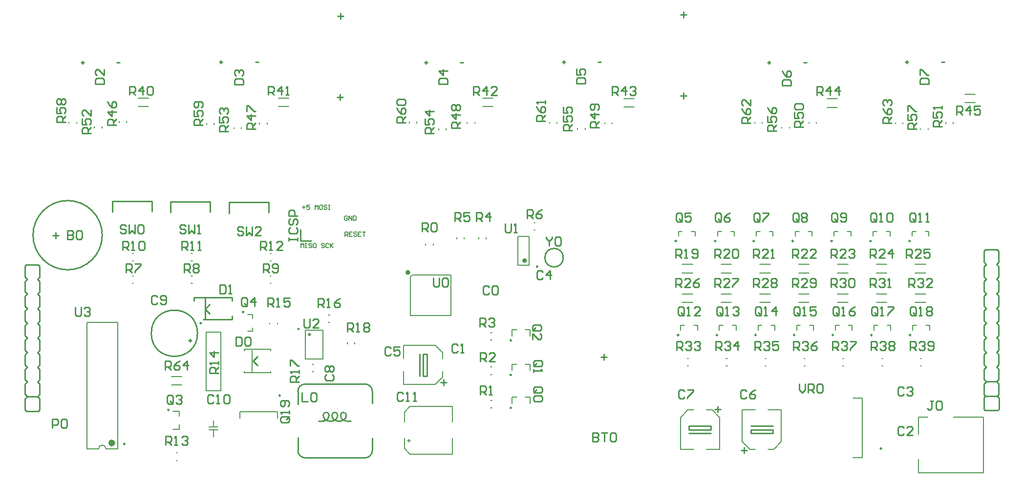
<source format=gto>
G04 Layer_Color=15132400*
%FSAX24Y24*%
%MOIN*%
G70*
G01*
G75*
%ADD62C,0.0100*%
%ADD63C,0.0098*%
%ADD64C,0.0157*%
%ADD65C,0.0151*%
%ADD66C,0.0139*%
%ADD67C,0.0000*%
%ADD68C,0.0079*%
%ADD69C,0.0236*%
%ADD70C,0.0080*%
%ADD71C,0.0060*%
%ADD72C,0.0080*%
%ADD73R,0.0094X0.1555*%
D62*
X015354Y026339D02*
G03*
X015354Y026339I-002362J000000D01*
G01*
X046811Y024803D02*
G03*
X046811Y024803I-000630J000000D01*
G01*
X021850Y019646D02*
G03*
X021850Y019646I-001575J000000D01*
G01*
X031614Y014055D02*
G03*
X032008Y013661I000394J000000D01*
G01*
X031811Y014252D02*
G03*
X031614Y014055I000000J-000197D01*
G01*
X032008D02*
G03*
X031811Y014252I-000197J000000D01*
G01*
X031614Y013661D02*
G03*
X032008Y014055I000000J000394D01*
G01*
X031024Y014055D02*
G03*
X031417Y013661I000394J000000D01*
G01*
X031220Y014252D02*
G03*
X031024Y014055I000000J-000197D01*
G01*
X031417D02*
G03*
X031220Y014252I-000197J000000D01*
G01*
X031024Y013661D02*
G03*
X031417Y014055I000000J000394D01*
G01*
X030433D02*
G03*
X030827Y013661I000394J000000D01*
G01*
X030630Y014252D02*
G03*
X030433Y014055I000000J-000197D01*
G01*
X030827D02*
G03*
X030630Y014252I-000197J000000D01*
G01*
X030433Y013661D02*
G03*
X030827Y014055I000000J000394D01*
G01*
X029201Y016181D02*
G03*
X028701Y015681I000000J-000500D01*
G01*
X033780D02*
G03*
X033280Y016181I-000500J000000D01*
G01*
Y011142D02*
G03*
X033780Y011642I000000J000500D01*
G01*
X028701D02*
G03*
X029201Y011142I000500J000000D01*
G01*
X022113Y020339D02*
G03*
X022113Y020339I-000050J000000D01*
G01*
X023994Y027837D02*
Y028587D01*
X026694D01*
Y027887D02*
Y028587D01*
X020018Y027877D02*
Y028627D01*
X022718D01*
Y027927D02*
Y028627D01*
X016042Y027916D02*
Y028666D01*
X018742D01*
Y027966D02*
Y028666D01*
X036201Y023711D02*
Y023857D01*
X036212Y023868D01*
X036142D02*
X036212D01*
X036994Y016730D02*
Y018230D01*
X037244Y016730D02*
X037494D01*
X037244D02*
Y018230D01*
X037494D01*
Y016730D02*
Y018230D01*
X022362Y021299D02*
X022677Y020984D01*
X022362Y021299D02*
Y021299D01*
X022677Y021614D01*
X022362Y021260D02*
Y021299D01*
Y021260D02*
Y021457D01*
Y020591D02*
Y022087D01*
X021614Y021850D02*
Y022087D01*
X021732D01*
X024213Y020591D02*
Y020827D01*
Y021850D02*
Y022087D01*
X021732D02*
X024213D01*
X022244Y020591D02*
X024213D01*
X075674Y016346D02*
X076374D01*
Y023346D02*
X076524Y023196D01*
Y022496D02*
Y023196D01*
X076374Y022346D02*
X076524Y022496D01*
X076374Y022346D02*
X076524Y022196D01*
Y021496D02*
Y022196D01*
X076374Y021346D02*
X076524Y021496D01*
X075524Y023196D02*
X075674Y023346D01*
X075524Y022496D02*
Y023196D01*
Y022496D02*
X075674Y022346D01*
X075524Y022196D02*
X075674Y022346D01*
X075524Y021496D02*
Y022196D01*
Y021496D02*
X075674Y021346D01*
X075624Y015346D02*
X076024D01*
X075524Y015446D02*
X075624Y015346D01*
X075524Y015446D02*
Y016196D01*
X075674Y016346D01*
X075524Y016496D02*
X075674Y016346D01*
X075524Y016496D02*
Y017196D01*
X075674Y017346D01*
X075524Y017496D02*
X075674Y017346D01*
X075524Y017496D02*
Y018196D01*
X075674Y018346D01*
X075524Y018496D02*
X075674Y018346D01*
X075524Y018496D02*
Y019196D01*
X075674Y019346D01*
X075524Y019496D02*
X075674Y019346D01*
X075524Y019496D02*
Y020196D01*
X075674Y020346D01*
X075524Y020496D02*
X075674Y020346D01*
X075524Y020496D02*
Y021196D01*
X075674Y021346D01*
X076374Y018346D02*
X076524Y018496D01*
Y019196D01*
X076374Y019346D02*
X076524Y019196D01*
X076374Y019346D02*
X076524Y019496D01*
Y020196D01*
X076374Y020346D02*
X076524Y020196D01*
X076374Y020346D02*
X076524Y020496D01*
Y021196D01*
X076374Y021346D02*
X076524Y021196D01*
X076374Y018346D02*
X076524Y018196D01*
Y017496D02*
Y018196D01*
X076374Y017346D02*
X076524Y017496D01*
X076374Y017346D02*
X076524Y017196D01*
Y016496D02*
Y017196D01*
X076374Y016346D02*
X076524Y016496D01*
X076374Y016346D02*
X076524Y016196D01*
Y015446D02*
Y016196D01*
X076424Y015346D02*
X076524Y015446D01*
X076024Y015346D02*
X076424D01*
X075524Y023496D02*
X075674Y023346D01*
X075524Y023496D02*
Y024196D01*
X075674Y024346D01*
X075524Y024496D02*
X075674Y024346D01*
X075524Y024496D02*
Y025246D01*
X075624Y025346D01*
X076024D01*
X076374Y023346D02*
X076524Y023496D01*
Y024196D01*
X076374Y024346D02*
X076524Y024196D01*
X076374Y024346D02*
X076524Y024496D01*
Y025246D01*
X076424Y025346D02*
X076524Y025246D01*
X076024Y025346D02*
X076424D01*
X010241Y015323D02*
X010941D01*
Y022323D02*
X011091Y022173D01*
Y021473D02*
Y022173D01*
X010941Y021323D02*
X011091Y021473D01*
X010941Y021323D02*
X011091Y021173D01*
Y020473D02*
Y021173D01*
X010941Y020323D02*
X011091Y020473D01*
X010091Y022173D02*
X010241Y022323D01*
X010091Y021473D02*
Y022173D01*
Y021473D02*
X010241Y021323D01*
X010091Y021173D02*
X010241Y021323D01*
X010091Y020473D02*
Y021173D01*
Y020473D02*
X010241Y020323D01*
X010191Y014323D02*
X010591D01*
X010091Y014423D02*
X010191Y014323D01*
X010091Y014423D02*
Y015173D01*
X010241Y015323D01*
X010091Y015473D02*
X010241Y015323D01*
X010091Y015473D02*
Y016173D01*
X010241Y016323D01*
X010091Y016473D02*
X010241Y016323D01*
X010091Y016473D02*
Y017173D01*
X010241Y017323D01*
X010091Y017473D02*
X010241Y017323D01*
X010091Y017473D02*
Y018173D01*
X010241Y018323D01*
X010091Y018473D02*
X010241Y018323D01*
X010091Y018473D02*
Y019173D01*
X010241Y019323D01*
X010091Y019473D02*
X010241Y019323D01*
X010091Y019473D02*
Y020173D01*
X010241Y020323D01*
X010941Y017323D02*
X011091Y017473D01*
Y018173D01*
X010941Y018323D02*
X011091Y018173D01*
X010941Y018323D02*
X011091Y018473D01*
Y019173D01*
X010941Y019323D02*
X011091Y019173D01*
X010941Y019323D02*
X011091Y019473D01*
Y020173D01*
X010941Y020323D02*
X011091Y020173D01*
X010941Y017323D02*
X011091Y017173D01*
Y016473D02*
Y017173D01*
X010941Y016323D02*
X011091Y016473D01*
X010941Y016323D02*
X011091Y016173D01*
Y015473D02*
Y016173D01*
X010941Y015323D02*
X011091Y015473D01*
X010941Y015323D02*
X011091Y015173D01*
Y014423D02*
Y015173D01*
X010991Y014323D02*
X011091Y014423D01*
X010591Y014323D02*
X010991D01*
X010091Y022473D02*
X010241Y022323D01*
X010091Y022473D02*
Y023173D01*
X010241Y023323D01*
X010091Y023473D02*
X010241Y023323D01*
X010091Y023473D02*
Y024223D01*
X010191Y024323D01*
X010591D01*
X010941Y022323D02*
X011091Y022473D01*
Y023173D01*
X010941Y023323D02*
X011091Y023173D01*
X010941Y023323D02*
X011091Y023473D01*
Y024223D01*
X010991Y024323D02*
X011091Y024223D01*
X010591Y024323D02*
X010991D01*
X059604Y013321D02*
X061104D01*
X059604Y012821D02*
Y013071D01*
X061104D01*
Y012821D02*
Y013071D01*
X059604Y012821D02*
X061104D01*
X055392D02*
X056892D01*
Y013071D02*
Y013321D01*
X055392Y013071D02*
X056892D01*
X055392D02*
Y013321D01*
X056892D01*
X021358Y019055D02*
Y019252D01*
X021260Y019154D02*
X021457D01*
X032008Y013661D02*
X032320D01*
X031811Y014252D02*
X031811D01*
X031417Y013661D02*
X031614D01*
X031024Y014055D02*
Y014055D01*
X030827Y013661D02*
X031024D01*
X030630Y014252D02*
X030630D01*
X030120Y013661D02*
X030433D01*
X028701Y014803D02*
Y015681D01*
X029201Y016181D02*
X033280D01*
X033780Y014843D02*
Y015681D01*
Y011642D02*
Y012480D01*
X029201Y011142D02*
X033280D01*
X028701Y011642D02*
Y012520D01*
X075602Y015346D02*
X075624D01*
X075512Y015256D02*
X075602Y015346D01*
X075512Y014468D02*
Y015256D01*
Y014468D02*
X075591Y014390D01*
X076457D01*
X076535Y014468D01*
Y015235D01*
X076424Y015346D02*
X076535Y015235D01*
X028870Y025957D02*
Y026707D01*
Y025957D02*
X029620D01*
X012992Y026663D02*
Y026063D01*
X013292D01*
X013392Y026163D01*
Y026263D01*
X013292Y026363D01*
X012992D01*
X013292D01*
X013392Y026463D01*
Y026563D01*
X013292Y026663D01*
X012992D01*
X013592Y026563D02*
X013692Y026663D01*
X013892D01*
X013992Y026563D01*
Y026163D01*
X013892Y026063D01*
X013692D01*
X013592Y026163D01*
Y026563D01*
X048819Y012844D02*
Y012244D01*
X049119D01*
X049219Y012344D01*
Y012444D01*
X049119Y012544D01*
X048819D01*
X049119D01*
X049219Y012644D01*
Y012744D01*
X049119Y012844D01*
X048819D01*
X049419D02*
X049819D01*
X049619D01*
Y012244D01*
X050019Y012744D02*
X050118Y012844D01*
X050318D01*
X050418Y012744D01*
Y012344D01*
X050318Y012244D01*
X050118D01*
X050019Y012344D01*
Y012744D01*
X041738Y022783D02*
X041638Y022883D01*
X041439D01*
X041339Y022783D01*
Y022383D01*
X041439Y022283D01*
X041638D01*
X041738Y022383D01*
X041938Y022783D02*
X042038Y022883D01*
X042238D01*
X042338Y022783D01*
Y022383D01*
X042238Y022283D01*
X042038D01*
X041938Y022383D01*
Y022783D01*
X039612Y018807D02*
X039513Y018907D01*
X039313D01*
X039213Y018807D01*
Y018407D01*
X039313Y018307D01*
X039513D01*
X039612Y018407D01*
X039812Y018307D02*
X040012D01*
X039912D01*
Y018907D01*
X039812Y018807D01*
X070039Y013182D02*
X069939Y013282D01*
X069739D01*
X069639Y013182D01*
Y012782D01*
X069739Y012682D01*
X069939D01*
X070039Y012782D01*
X070638Y012682D02*
X070238D01*
X070638Y013082D01*
Y013182D01*
X070538Y013282D01*
X070338D01*
X070238Y013182D01*
X070044Y015898D02*
X069944Y015998D01*
X069744D01*
X069644Y015898D01*
Y015498D01*
X069744Y015398D01*
X069944D01*
X070044Y015498D01*
X070244Y015898D02*
X070344Y015998D01*
X070544D01*
X070644Y015898D01*
Y015798D01*
X070544Y015698D01*
X070444D01*
X070544D01*
X070644Y015598D01*
Y015498D01*
X070544Y015398D01*
X070344D01*
X070244Y015498D01*
X045400Y023807D02*
X045300Y023907D01*
X045100D01*
X045000Y023807D01*
Y023407D01*
X045100Y023307D01*
X045300D01*
X045400Y023407D01*
X045900Y023307D02*
Y023907D01*
X045600Y023607D01*
X046000D01*
X035046Y018610D02*
X034946Y018710D01*
X034746D01*
X034646Y018610D01*
Y018210D01*
X034746Y018110D01*
X034946D01*
X035046Y018210D01*
X035645Y018710D02*
X035245D01*
Y018410D01*
X035445Y018510D01*
X035545D01*
X035645Y018410D01*
Y018210D01*
X035545Y018110D01*
X035345D01*
X035245Y018210D01*
X059310Y015689D02*
X059210Y015789D01*
X059010D01*
X058910Y015689D01*
Y015289D01*
X059010Y015189D01*
X059210D01*
X059310Y015289D01*
X059910Y015789D02*
X059710Y015689D01*
X059510Y015489D01*
Y015289D01*
X059610Y015189D01*
X059810D01*
X059910Y015289D01*
Y015389D01*
X059810Y015489D01*
X059510D01*
X055092Y015691D02*
X054992Y015791D01*
X054792D01*
X054692Y015691D01*
Y015291D01*
X054792Y015191D01*
X054992D01*
X055092Y015291D01*
X055292Y015791D02*
X055692D01*
Y015691D01*
X055292Y015291D01*
Y015191D01*
X030642Y016817D02*
X030542Y016717D01*
Y016517D01*
X030642Y016417D01*
X031042D01*
X031142Y016517D01*
Y016717D01*
X031042Y016817D01*
X030642Y017017D02*
X030542Y017117D01*
Y017317D01*
X030642Y017417D01*
X030742D01*
X030842Y017317D01*
X030942Y017417D01*
X031042D01*
X031142Y017317D01*
Y017117D01*
X031042Y017017D01*
X030942D01*
X030842Y017117D01*
X030742Y017017D01*
X030642D01*
X030842Y017117D02*
Y017317D01*
X019112Y022110D02*
X019012Y022210D01*
X018812D01*
X018713Y022110D01*
Y021710D01*
X018812Y021610D01*
X019012D01*
X019112Y021710D01*
X019312D02*
X019412Y021610D01*
X019612D01*
X019712Y021710D01*
Y022110D01*
X019612Y022210D01*
X019412D01*
X019312Y022110D01*
Y022010D01*
X019412Y021910D01*
X019712D01*
X022938Y015364D02*
X022838Y015464D01*
X022638D01*
X022538Y015364D01*
Y014965D01*
X022638Y014865D01*
X022838D01*
X022938Y014965D01*
X023138Y014865D02*
X023338D01*
X023238D01*
Y015464D01*
X023138Y015364D01*
X023637D02*
X023737Y015464D01*
X023937D01*
X024037Y015364D01*
Y014965D01*
X023937Y014865D01*
X023737D01*
X023637Y014965D01*
Y015364D01*
X035865Y015512D02*
X035765Y015612D01*
X035565D01*
X035465Y015512D01*
Y015112D01*
X035565Y015013D01*
X035765D01*
X035865Y015112D01*
X036065Y015013D02*
X036265D01*
X036165D01*
Y015612D01*
X036065Y015512D01*
X036565Y015013D02*
X036765D01*
X036665D01*
Y015612D01*
X036565Y015512D01*
X024488Y019379D02*
Y018780D01*
X024788D01*
X024888Y018879D01*
Y019279D01*
X024788Y019379D01*
X024488D01*
X025088Y019279D02*
X025188Y019379D01*
X025388D01*
X025488Y019279D01*
Y018879D01*
X025388Y018780D01*
X025188D01*
X025088Y018879D01*
Y019279D01*
X023386Y022962D02*
Y022362D01*
X023686D01*
X023786Y022462D01*
Y022862D01*
X023686Y022962D01*
X023386D01*
X023986Y022362D02*
X024186D01*
X024086D01*
Y022962D01*
X023986Y022862D01*
X014892Y036644D02*
X015492D01*
Y036944D01*
X015392Y037044D01*
X014992D01*
X014892Y036944D01*
Y036644D01*
X015492Y037643D02*
Y037244D01*
X015092Y037643D01*
X014992D01*
X014892Y037543D01*
Y037343D01*
X014992Y037244D01*
X024361Y036614D02*
X024961D01*
Y036914D01*
X024861Y037014D01*
X024461D01*
X024361Y036914D01*
Y036614D01*
X024461Y037214D02*
X024361Y037314D01*
Y037514D01*
X024461Y037614D01*
X024561D01*
X024661Y037514D01*
Y037414D01*
Y037514D01*
X024761Y037614D01*
X024861D01*
X024961Y037514D01*
Y037314D01*
X024861Y037214D01*
X038318Y036648D02*
X038917Y036644D01*
X038919Y036944D01*
X038820Y037044D01*
X038420Y037047D01*
X038320Y036948D01*
X038318Y036648D01*
X038923Y037543D02*
X038324Y037547D01*
X038621Y037245D01*
X038624Y037645D01*
X047727Y036693D02*
X048327D01*
Y036993D01*
X048227Y037093D01*
X047827D01*
X047727Y036993D01*
Y036693D01*
Y037693D02*
Y037293D01*
X048027D01*
X047927Y037493D01*
Y037593D01*
X048027Y037693D01*
X048227D01*
X048327Y037593D01*
Y037393D01*
X048227Y037293D01*
X061733Y036565D02*
X062333D01*
Y036865D01*
X062233Y036965D01*
X061833D01*
X061733Y036865D01*
Y036565D01*
Y037565D02*
X061833Y037365D01*
X062033Y037165D01*
X062233D01*
X062333Y037265D01*
Y037465D01*
X062233Y037565D01*
X062133D01*
X062033Y037465D01*
Y037165D01*
X071132Y036663D02*
X071732D01*
Y036963D01*
X071632Y037063D01*
X071232D01*
X071132Y036963D01*
Y036663D01*
Y037263D02*
Y037663D01*
X071232D01*
X071632Y037263D01*
X071732D01*
X072053Y015009D02*
X071853D01*
X071953D01*
Y014509D01*
X071853Y014409D01*
X071754D01*
X071654Y014509D01*
X072253Y014909D02*
X072353Y015009D01*
X072553D01*
X072653Y014909D01*
Y014509D01*
X072553Y014409D01*
X072353D01*
X072253Y014509D01*
Y014909D01*
X028976Y015600D02*
Y015000D01*
X029376D01*
X029576Y015500D02*
X029676Y015600D01*
X029876D01*
X029976Y015500D01*
Y015100D01*
X029876Y015000D01*
X029676D01*
X029576Y015100D01*
Y015500D01*
X011929Y013189D02*
Y013789D01*
X012229D01*
X012329Y013689D01*
Y013489D01*
X012229Y013389D01*
X011929D01*
X012529Y013689D02*
X012629Y013789D01*
X012829D01*
X012929Y013689D01*
Y013289D01*
X012829Y013189D01*
X012629D01*
X012529Y013289D01*
Y013689D01*
X044864Y015594D02*
X045264D01*
X045364Y015694D01*
Y015894D01*
X045264Y015994D01*
X044864D01*
X044764Y015894D01*
Y015694D01*
X044964Y015794D02*
X044764Y015594D01*
Y015694D02*
X044864Y015594D01*
X045264Y015394D02*
X045364Y015294D01*
Y015094D01*
X045264Y014994D01*
X044864D01*
X044764Y015094D01*
Y015294D01*
X044864Y015394D01*
X045264D01*
X044864Y017395D02*
X045264D01*
X045364Y017495D01*
Y017695D01*
X045264Y017795D01*
X044864D01*
X044764Y017695D01*
Y017495D01*
X044964Y017595D02*
X044764Y017395D01*
Y017495D02*
X044864Y017395D01*
X044764Y017195D02*
Y016996D01*
Y017096D01*
X045364D01*
X045264Y017195D01*
X044824Y019836D02*
X045224D01*
X045324Y019936D01*
Y020136D01*
X045224Y020236D01*
X044824D01*
X044724Y020136D01*
Y019936D01*
X044924Y020036D02*
X044724Y019836D01*
Y019936D02*
X044824Y019836D01*
X044724Y019237D02*
Y019636D01*
X045124Y019237D01*
X045224D01*
X045324Y019337D01*
Y019536D01*
X045224Y019636D01*
X020180Y014916D02*
Y015316D01*
X020080Y015416D01*
X019880D01*
X019780Y015316D01*
Y014916D01*
X019880Y014816D01*
X020080D01*
X019980Y015016D02*
X020180Y014816D01*
X020080D02*
X020180Y014916D01*
X020380Y015316D02*
X020480Y015416D01*
X020680D01*
X020780Y015316D01*
Y015216D01*
X020680Y015116D01*
X020580D01*
X020680D01*
X020780Y015016D01*
Y014916D01*
X020680Y014816D01*
X020480D01*
X020380Y014916D01*
X025230Y021600D02*
Y022000D01*
X025130Y022100D01*
X024930D01*
X024830Y022000D01*
Y021600D01*
X024930Y021500D01*
X025130D01*
X025030Y021700D02*
X025230Y021500D01*
X025130D02*
X025230Y021600D01*
X025730Y021500D02*
Y022100D01*
X025430Y021800D01*
X025830D01*
X054894Y027360D02*
Y027760D01*
X054794Y027860D01*
X054594D01*
X054494Y027760D01*
Y027360D01*
X054594Y027260D01*
X054794D01*
X054694Y027460D02*
X054894Y027260D01*
X054794D02*
X054894Y027360D01*
X055494Y027860D02*
X055094D01*
Y027560D01*
X055294Y027660D01*
X055394D01*
X055494Y027560D01*
Y027360D01*
X055394Y027260D01*
X055194D01*
X055094Y027360D01*
X057569D02*
Y027760D01*
X057469Y027860D01*
X057269D01*
X057169Y027760D01*
Y027360D01*
X057269Y027260D01*
X057469D01*
X057369Y027460D02*
X057569Y027260D01*
X057469D02*
X057569Y027360D01*
X058169Y027860D02*
X057969Y027760D01*
X057769Y027560D01*
Y027360D01*
X057869Y027260D01*
X058069D01*
X058169Y027360D01*
Y027460D01*
X058069Y027560D01*
X057769D01*
X060205Y027360D02*
Y027760D01*
X060105Y027860D01*
X059905D01*
X059805Y027760D01*
Y027360D01*
X059905Y027260D01*
X060105D01*
X060005Y027460D02*
X060205Y027260D01*
X060105D02*
X060205Y027360D01*
X060405Y027860D02*
X060805D01*
Y027760D01*
X060405Y027360D01*
Y027260D01*
X062861Y027360D02*
Y027760D01*
X062761Y027860D01*
X062561D01*
X062461Y027760D01*
Y027360D01*
X062561Y027260D01*
X062761D01*
X062661Y027460D02*
X062861Y027260D01*
X062761D02*
X062861Y027360D01*
X063060Y027760D02*
X063160Y027860D01*
X063360D01*
X063460Y027760D01*
Y027660D01*
X063360Y027560D01*
X063460Y027460D01*
Y027360D01*
X063360Y027260D01*
X063160D01*
X063060Y027360D01*
Y027460D01*
X063160Y027560D01*
X063060Y027660D01*
Y027760D01*
X063160Y027560D02*
X063360D01*
X065516Y027360D02*
Y027760D01*
X065416Y027860D01*
X065216D01*
X065116Y027760D01*
Y027360D01*
X065216Y027260D01*
X065416D01*
X065316Y027460D02*
X065516Y027260D01*
X065416D02*
X065516Y027360D01*
X065716D02*
X065816Y027260D01*
X066016D01*
X066116Y027360D01*
Y027760D01*
X066016Y027860D01*
X065816D01*
X065716Y027760D01*
Y027660D01*
X065816Y027560D01*
X066116D01*
X068181Y027360D02*
Y027760D01*
X068081Y027860D01*
X067881D01*
X067781Y027760D01*
Y027360D01*
X067881Y027260D01*
X068081D01*
X067981Y027460D02*
X068181Y027260D01*
X068081D02*
X068181Y027360D01*
X068381Y027260D02*
X068581D01*
X068481D01*
Y027860D01*
X068381Y027760D01*
X068881D02*
X068981Y027860D01*
X069181D01*
X069281Y027760D01*
Y027360D01*
X069181Y027260D01*
X068981D01*
X068881Y027360D01*
Y027760D01*
X070834Y027360D02*
Y027760D01*
X070734Y027860D01*
X070534D01*
X070434Y027760D01*
Y027360D01*
X070534Y027260D01*
X070734D01*
X070634Y027460D02*
X070834Y027260D01*
X070734D02*
X070834Y027360D01*
X071034Y027260D02*
X071234D01*
X071134D01*
Y027860D01*
X071034Y027760D01*
X071533Y027260D02*
X071733D01*
X071633D01*
Y027860D01*
X071533Y027760D01*
X055050Y020944D02*
Y021343D01*
X054950Y021443D01*
X054750D01*
X054650Y021343D01*
Y020944D01*
X054750Y020844D01*
X054950D01*
X054850Y021043D02*
X055050Y020844D01*
X054950D02*
X055050Y020944D01*
X055250Y020844D02*
X055450D01*
X055350D01*
Y021443D01*
X055250Y021343D01*
X056149Y020844D02*
X055750D01*
X056149Y021243D01*
Y021343D01*
X056049Y021443D01*
X055849D01*
X055750Y021343D01*
X057682Y020945D02*
Y021345D01*
X057583Y021445D01*
X057383D01*
X057283Y021345D01*
Y020945D01*
X057383Y020845D01*
X057583D01*
X057483Y021045D02*
X057682Y020845D01*
X057583D02*
X057682Y020945D01*
X057882Y020845D02*
X058082D01*
X057982D01*
Y021445D01*
X057882Y021345D01*
X058382D02*
X058482Y021445D01*
X058682D01*
X058782Y021345D01*
Y021245D01*
X058682Y021145D01*
X058582D01*
X058682D01*
X058782Y021045D01*
Y020945D01*
X058682Y020845D01*
X058482D01*
X058382Y020945D01*
X060326Y020944D02*
Y021343D01*
X060226Y021443D01*
X060026D01*
X059926Y021343D01*
Y020944D01*
X060026Y020844D01*
X060226D01*
X060126Y021043D02*
X060326Y020844D01*
X060226D02*
X060326Y020944D01*
X060526Y020844D02*
X060726D01*
X060626D01*
Y021443D01*
X060526Y021343D01*
X061326Y020844D02*
Y021443D01*
X061026Y021143D01*
X061426D01*
X062959Y020944D02*
Y021343D01*
X062859Y021443D01*
X062659D01*
X062559Y021343D01*
Y020944D01*
X062659Y020844D01*
X062859D01*
X062759Y021043D02*
X062959Y020844D01*
X062859D02*
X062959Y020944D01*
X063159Y020844D02*
X063359D01*
X063259D01*
Y021443D01*
X063159Y021343D01*
X064059Y021443D02*
X063659D01*
Y021143D01*
X063859Y021243D01*
X063959D01*
X064059Y021143D01*
Y020944D01*
X063959Y020844D01*
X063759D01*
X063659Y020944D01*
X065602Y020944D02*
Y021343D01*
X065502Y021443D01*
X065302D01*
X065202Y021343D01*
Y020944D01*
X065302Y020844D01*
X065502D01*
X065402Y021043D02*
X065602Y020844D01*
X065502D02*
X065602Y020944D01*
X065802Y020844D02*
X066002D01*
X065902D01*
Y021443D01*
X065802Y021343D01*
X066702Y021443D02*
X066502Y021343D01*
X066302Y021143D01*
Y020944D01*
X066402Y020844D01*
X066602D01*
X066702Y020944D01*
Y021043D01*
X066602Y021143D01*
X066302D01*
X068235Y020944D02*
Y021343D01*
X068135Y021443D01*
X067935D01*
X067835Y021343D01*
Y020944D01*
X067935Y020844D01*
X068135D01*
X068035Y021043D02*
X068235Y020844D01*
X068135D02*
X068235Y020944D01*
X068435Y020844D02*
X068635D01*
X068535D01*
Y021443D01*
X068435Y021343D01*
X068935Y021443D02*
X069335D01*
Y021343D01*
X068935Y020944D01*
Y020844D01*
X070878Y020944D02*
Y021343D01*
X070778Y021443D01*
X070578D01*
X070478Y021343D01*
Y020944D01*
X070578Y020844D01*
X070778D01*
X070678Y021043D02*
X070878Y020844D01*
X070778D02*
X070878Y020944D01*
X071077Y020844D02*
X071277D01*
X071177D01*
Y021443D01*
X071077Y021343D01*
X071577D02*
X071677Y021443D01*
X071877D01*
X071977Y021343D01*
Y021243D01*
X071877Y021143D01*
X071977Y021043D01*
Y020944D01*
X071877Y020844D01*
X071677D01*
X071577Y020944D01*
Y021043D01*
X071677Y021143D01*
X071577Y021243D01*
Y021343D01*
X071677Y021143D02*
X071877D01*
X028010Y013943D02*
X027610D01*
X027510Y013843D01*
Y013643D01*
X027610Y013543D01*
X028010D01*
X028110Y013643D01*
Y013843D01*
X027910Y013743D02*
X028110Y013943D01*
Y013843D02*
X028010Y013943D01*
X028110Y014143D02*
Y014343D01*
Y014243D01*
X027510D01*
X027610Y014143D01*
X028010Y014643D02*
X028110Y014743D01*
Y014943D01*
X028010Y015043D01*
X027610D01*
X027510Y014943D01*
Y014743D01*
X027610Y014643D01*
X027710D01*
X027810Y014743D01*
Y015043D01*
X037165Y026575D02*
Y027175D01*
X037465D01*
X037565Y027075D01*
Y026875D01*
X037465Y026775D01*
X037165D01*
X037365D02*
X037565Y026575D01*
X037765Y027075D02*
X037865Y027175D01*
X038065D01*
X038165Y027075D01*
Y026675D01*
X038065Y026575D01*
X037865D01*
X037765Y026675D01*
Y027075D01*
X041142Y015472D02*
Y016072D01*
X041442D01*
X041542Y015972D01*
Y015772D01*
X041442Y015672D01*
X041142D01*
X041342D02*
X041542Y015472D01*
X041742D02*
X041941D01*
X041842D01*
Y016072D01*
X041742Y015972D01*
X041142Y017717D02*
Y018316D01*
X041442D01*
X041542Y018216D01*
Y018016D01*
X041442Y017916D01*
X041142D01*
X041342D02*
X041542Y017717D01*
X042141D02*
X041742D01*
X042141Y018116D01*
Y018216D01*
X042041Y018316D01*
X041842D01*
X041742Y018216D01*
X041102Y020079D02*
Y020679D01*
X041402D01*
X041502Y020579D01*
Y020379D01*
X041402Y020279D01*
X041102D01*
X041302D02*
X041502Y020079D01*
X041702Y020579D02*
X041802Y020679D01*
X042002D01*
X042102Y020579D01*
Y020479D01*
X042002Y020379D01*
X041902D01*
X042002D01*
X042102Y020279D01*
Y020179D01*
X042002Y020079D01*
X041802D01*
X041702Y020179D01*
X040893Y027296D02*
Y027896D01*
X041193D01*
X041293Y027796D01*
Y027596D01*
X041193Y027496D01*
X040893D01*
X041093D02*
X041293Y027296D01*
X041793D02*
Y027896D01*
X041493Y027596D01*
X041893D01*
X039397Y027300D02*
Y027899D01*
X039697D01*
X039797Y027799D01*
Y027599D01*
X039697Y027499D01*
X039397D01*
X039597D02*
X039797Y027300D01*
X040397Y027899D02*
X039997D01*
Y027599D01*
X040197Y027699D01*
X040297D01*
X040397Y027599D01*
Y027399D01*
X040297Y027300D01*
X040097D01*
X039997Y027399D01*
X044331Y027480D02*
Y028080D01*
X044631D01*
X044731Y027980D01*
Y027780D01*
X044631Y027680D01*
X044331D01*
X044531D02*
X044731Y027480D01*
X045330Y028080D02*
X045130Y027980D01*
X044931Y027780D01*
Y027580D01*
X045030Y027480D01*
X045230D01*
X045330Y027580D01*
Y027680D01*
X045230Y027780D01*
X044931D01*
X016968Y023780D02*
Y024379D01*
X017268D01*
X017368Y024279D01*
Y024079D01*
X017268Y023979D01*
X016968D01*
X017168D02*
X017368Y023780D01*
X017568Y024379D02*
X017968D01*
Y024279D01*
X017568Y023879D01*
Y023780D01*
X020945D02*
Y024379D01*
X021245D01*
X021345Y024279D01*
Y024079D01*
X021245Y023979D01*
X020945D01*
X021145D02*
X021345Y023780D01*
X021545Y024279D02*
X021645Y024379D01*
X021845D01*
X021945Y024279D01*
Y024179D01*
X021845Y024079D01*
X021945Y023979D01*
Y023879D01*
X021845Y023780D01*
X021645D01*
X021545Y023879D01*
Y023979D01*
X021645Y024079D01*
X021545Y024179D01*
Y024279D01*
X021645Y024079D02*
X021845D01*
X026339Y023780D02*
Y024379D01*
X026638D01*
X026738Y024279D01*
Y024079D01*
X026638Y023979D01*
X026339D01*
X026539D02*
X026738Y023780D01*
X026938Y023879D02*
X027038Y023780D01*
X027238D01*
X027338Y023879D01*
Y024279D01*
X027238Y024379D01*
X027038D01*
X026938Y024279D01*
Y024179D01*
X027038Y024079D01*
X027338D01*
X016732Y025315D02*
Y025915D01*
X017032D01*
X017132Y025815D01*
Y025615D01*
X017032Y025515D01*
X016732D01*
X016932D02*
X017132Y025315D01*
X017332D02*
X017532D01*
X017432D01*
Y025915D01*
X017332Y025815D01*
X017832D02*
X017932Y025915D01*
X018132D01*
X018232Y025815D01*
Y025415D01*
X018132Y025315D01*
X017932D01*
X017832Y025415D01*
Y025815D01*
X020787Y025315D02*
Y025915D01*
X021087D01*
X021187Y025815D01*
Y025615D01*
X021087Y025515D01*
X020787D01*
X020987D02*
X021187Y025315D01*
X021387D02*
X021587D01*
X021487D01*
Y025915D01*
X021387Y025815D01*
X021887Y025315D02*
X022087D01*
X021987D01*
Y025915D01*
X021887Y025815D01*
X026142Y025315D02*
Y025915D01*
X026442D01*
X026542Y025815D01*
Y025615D01*
X026442Y025515D01*
X026142D01*
X026342D02*
X026542Y025315D01*
X026742D02*
X026941D01*
X026842D01*
Y025915D01*
X026742Y025815D01*
X027641Y025315D02*
X027241D01*
X027641Y025715D01*
Y025815D01*
X027541Y025915D01*
X027341D01*
X027241Y025815D01*
X019678Y012025D02*
Y012625D01*
X019978D01*
X020078Y012525D01*
Y012325D01*
X019978Y012225D01*
X019678D01*
X019878D02*
X020078Y012025D01*
X020278D02*
X020478D01*
X020378D01*
Y012625D01*
X020278Y012525D01*
X020778D02*
X020878Y012625D01*
X021078D01*
X021178Y012525D01*
Y012425D01*
X021078Y012325D01*
X020978D01*
X021078D01*
X021178Y012225D01*
Y012125D01*
X021078Y012025D01*
X020878D01*
X020778Y012125D01*
X023268Y016929D02*
X022668D01*
Y017229D01*
X022768Y017329D01*
X022968D01*
X023068Y017229D01*
Y016929D01*
Y017129D02*
X023268Y017329D01*
Y017529D02*
Y017729D01*
Y017629D01*
X022668D01*
X022768Y017529D01*
X023268Y018329D02*
X022668D01*
X022968Y018029D01*
Y018429D01*
X026641Y021470D02*
Y022070D01*
X026941D01*
X027041Y021970D01*
Y021770D01*
X026941Y021670D01*
X026641D01*
X026841D02*
X027041Y021470D01*
X027241D02*
X027441D01*
X027341D01*
Y022070D01*
X027241Y021970D01*
X028141Y022070D02*
X027741D01*
Y021770D01*
X027941Y021870D01*
X028041D01*
X028141Y021770D01*
Y021570D01*
X028041Y021470D01*
X027841D01*
X027741Y021570D01*
X030072Y021435D02*
Y022035D01*
X030372D01*
X030472Y021935D01*
Y021735D01*
X030372Y021635D01*
X030072D01*
X030272D02*
X030472Y021435D01*
X030672D02*
X030872D01*
X030772D01*
Y022035D01*
X030672Y021935D01*
X031571Y022035D02*
X031371Y021935D01*
X031171Y021735D01*
Y021535D01*
X031271Y021435D01*
X031471D01*
X031571Y021535D01*
Y021635D01*
X031471Y021735D01*
X031171D01*
X028780Y016339D02*
X028180D01*
Y016638D01*
X028280Y016738D01*
X028480D01*
X028580Y016638D01*
Y016339D01*
Y016539D02*
X028780Y016738D01*
Y016938D02*
Y017138D01*
Y017038D01*
X028180D01*
X028280Y016938D01*
X028180Y017438D02*
Y017838D01*
X028280D01*
X028680Y017438D01*
X028780D01*
X032087Y019764D02*
Y020364D01*
X032387D01*
X032486Y020264D01*
Y020064D01*
X032387Y019964D01*
X032087D01*
X032287D02*
X032486Y019764D01*
X032686D02*
X032886D01*
X032786D01*
Y020364D01*
X032686Y020264D01*
X033186D02*
X033286Y020364D01*
X033486D01*
X033586Y020264D01*
Y020164D01*
X033486Y020064D01*
X033586Y019964D01*
Y019864D01*
X033486Y019764D01*
X033286D01*
X033186Y019864D01*
Y019964D01*
X033286Y020064D01*
X033186Y020164D01*
Y020264D01*
X033286Y020064D02*
X033486D01*
X054480Y024800D02*
Y025400D01*
X054780D01*
X054880Y025300D01*
Y025100D01*
X054780Y025000D01*
X054480D01*
X054680D02*
X054880Y024800D01*
X055080D02*
X055280D01*
X055180D01*
Y025400D01*
X055080Y025300D01*
X055580Y024900D02*
X055680Y024800D01*
X055880D01*
X055980Y024900D01*
Y025300D01*
X055880Y025400D01*
X055680D01*
X055580Y025300D01*
Y025200D01*
X055680Y025100D01*
X055980D01*
X057131Y024800D02*
Y025400D01*
X057431D01*
X057531Y025300D01*
Y025100D01*
X057431Y025000D01*
X057131D01*
X057331D02*
X057531Y024800D01*
X058131D02*
X057731D01*
X058131Y025200D01*
Y025300D01*
X058031Y025400D01*
X057831D01*
X057731Y025300D01*
X058331D02*
X058431Y025400D01*
X058631D01*
X058731Y025300D01*
Y024900D01*
X058631Y024800D01*
X058431D01*
X058331Y024900D01*
Y025300D01*
X059782Y024800D02*
Y025400D01*
X060082D01*
X060182Y025300D01*
Y025100D01*
X060082Y025000D01*
X059782D01*
X059982D02*
X060182Y024800D01*
X060782D02*
X060382D01*
X060782Y025200D01*
Y025300D01*
X060682Y025400D01*
X060482D01*
X060382Y025300D01*
X060982Y024800D02*
X061182D01*
X061082D01*
Y025400D01*
X060982Y025300D01*
X062433Y024800D02*
Y025400D01*
X062733D01*
X062833Y025300D01*
Y025100D01*
X062733Y025000D01*
X062433D01*
X062633D02*
X062833Y024800D01*
X063433D02*
X063033D01*
X063433Y025200D01*
Y025300D01*
X063333Y025400D01*
X063133D01*
X063033Y025300D01*
X064032Y024800D02*
X063632D01*
X064032Y025200D01*
Y025300D01*
X063932Y025400D01*
X063732D01*
X063632Y025300D01*
X065084Y024800D02*
Y025400D01*
X065384D01*
X065484Y025300D01*
Y025100D01*
X065384Y025000D01*
X065084D01*
X065284D02*
X065484Y024800D01*
X066083D02*
X065684D01*
X066083Y025200D01*
Y025300D01*
X065984Y025400D01*
X065784D01*
X065684Y025300D01*
X066283D02*
X066383Y025400D01*
X066583D01*
X066683Y025300D01*
Y025200D01*
X066583Y025100D01*
X066483D01*
X066583D01*
X066683Y025000D01*
Y024900D01*
X066583Y024800D01*
X066383D01*
X066283Y024900D01*
X067735Y024800D02*
Y025400D01*
X068035D01*
X068135Y025300D01*
Y025100D01*
X068035Y025000D01*
X067735D01*
X067935D02*
X068135Y024800D01*
X068734D02*
X068335D01*
X068734Y025200D01*
Y025300D01*
X068634Y025400D01*
X068434D01*
X068335Y025300D01*
X069234Y024800D02*
Y025400D01*
X068934Y025100D01*
X069334D01*
X070226Y024783D02*
Y025383D01*
X070526D01*
X070626Y025283D01*
Y025083D01*
X070526Y024983D01*
X070226D01*
X070426D02*
X070626Y024783D01*
X071226D02*
X070826D01*
X071226Y025183D01*
Y025283D01*
X071126Y025383D01*
X070926D01*
X070826Y025283D01*
X071826Y025383D02*
X071426D01*
Y025083D01*
X071626Y025183D01*
X071726D01*
X071826Y025083D01*
Y024883D01*
X071726Y024783D01*
X071526D01*
X071426Y024883D01*
X054480Y022792D02*
Y023392D01*
X054780D01*
X054880Y023292D01*
Y023092D01*
X054780Y022992D01*
X054480D01*
X054680D02*
X054880Y022792D01*
X055480D02*
X055080D01*
X055480Y023192D01*
Y023292D01*
X055380Y023392D01*
X055180D01*
X055080Y023292D01*
X056080Y023392D02*
X055880Y023292D01*
X055680Y023092D01*
Y022892D01*
X055780Y022792D01*
X055980D01*
X056080Y022892D01*
Y022992D01*
X055980Y023092D01*
X055680D01*
X057131Y022792D02*
Y023392D01*
X057431D01*
X057531Y023292D01*
Y023092D01*
X057431Y022992D01*
X057131D01*
X057331D02*
X057531Y022792D01*
X058131D02*
X057731D01*
X058131Y023192D01*
Y023292D01*
X058031Y023392D01*
X057831D01*
X057731Y023292D01*
X058331Y023392D02*
X058731D01*
Y023292D01*
X058331Y022892D01*
Y022792D01*
X059782D02*
Y023392D01*
X060082D01*
X060182Y023292D01*
Y023092D01*
X060082Y022992D01*
X059782D01*
X059982D02*
X060182Y022792D01*
X060782D02*
X060382D01*
X060782Y023192D01*
Y023292D01*
X060682Y023392D01*
X060482D01*
X060382Y023292D01*
X060982D02*
X061082Y023392D01*
X061282D01*
X061382Y023292D01*
Y023192D01*
X061282Y023092D01*
X061382Y022992D01*
Y022892D01*
X061282Y022792D01*
X061082D01*
X060982Y022892D01*
Y022992D01*
X061082Y023092D01*
X060982Y023192D01*
Y023292D01*
X061082Y023092D02*
X061282D01*
X062433Y022792D02*
Y023392D01*
X062733D01*
X062833Y023292D01*
Y023092D01*
X062733Y022992D01*
X062433D01*
X062633D02*
X062833Y022792D01*
X063433D02*
X063033D01*
X063433Y023192D01*
Y023292D01*
X063333Y023392D01*
X063133D01*
X063033Y023292D01*
X063633Y022892D02*
X063733Y022792D01*
X063933D01*
X064033Y022892D01*
Y023292D01*
X063933Y023392D01*
X063733D01*
X063633Y023292D01*
Y023192D01*
X063733Y023092D01*
X064033D01*
X065084Y022792D02*
Y023392D01*
X065384D01*
X065484Y023292D01*
Y023092D01*
X065384Y022992D01*
X065084D01*
X065284D02*
X065484Y022792D01*
X065684Y023292D02*
X065784Y023392D01*
X065984D01*
X066084Y023292D01*
Y023192D01*
X065984Y023092D01*
X065884D01*
X065984D01*
X066084Y022992D01*
Y022892D01*
X065984Y022792D01*
X065784D01*
X065684Y022892D01*
X066284Y023292D02*
X066384Y023392D01*
X066584D01*
X066684Y023292D01*
Y022892D01*
X066584Y022792D01*
X066384D01*
X066284Y022892D01*
Y023292D01*
X067735Y022792D02*
Y023392D01*
X068035D01*
X068135Y023292D01*
Y023092D01*
X068035Y022992D01*
X067735D01*
X067935D02*
X068135Y022792D01*
X068335Y023292D02*
X068435Y023392D01*
X068635D01*
X068735Y023292D01*
Y023192D01*
X068635Y023092D01*
X068535D01*
X068635D01*
X068735Y022992D01*
Y022892D01*
X068635Y022792D01*
X068435D01*
X068335Y022892D01*
X068935Y022792D02*
X069135D01*
X069035D01*
Y023392D01*
X068935Y023292D01*
X070386Y022792D02*
Y023392D01*
X070686D01*
X070786Y023292D01*
Y023092D01*
X070686Y022992D01*
X070386D01*
X070586D02*
X070786Y022792D01*
X070986Y023292D02*
X071086Y023392D01*
X071286D01*
X071386Y023292D01*
Y023192D01*
X071286Y023092D01*
X071186D01*
X071286D01*
X071386Y022992D01*
Y022892D01*
X071286Y022792D01*
X071086D01*
X070986Y022892D01*
X071986Y022792D02*
X071586D01*
X071986Y023192D01*
Y023292D01*
X071886Y023392D01*
X071686D01*
X071586Y023292D01*
X054560Y018482D02*
Y019082D01*
X054860D01*
X054960Y018982D01*
Y018782D01*
X054860Y018682D01*
X054560D01*
X054760D02*
X054960Y018482D01*
X055160Y018982D02*
X055260Y019082D01*
X055460D01*
X055560Y018982D01*
Y018882D01*
X055460Y018782D01*
X055360D01*
X055460D01*
X055560Y018682D01*
Y018582D01*
X055460Y018482D01*
X055260D01*
X055160Y018582D01*
X055760Y018982D02*
X055860Y019082D01*
X056059D01*
X056159Y018982D01*
Y018882D01*
X056059Y018782D01*
X055960D01*
X056059D01*
X056159Y018682D01*
Y018582D01*
X056059Y018482D01*
X055860D01*
X055760Y018582D01*
X057211Y018482D02*
Y019082D01*
X057511D01*
X057611Y018982D01*
Y018782D01*
X057511Y018682D01*
X057211D01*
X057411D02*
X057611Y018482D01*
X057811Y018982D02*
X057911Y019082D01*
X058111D01*
X058211Y018982D01*
Y018882D01*
X058111Y018782D01*
X058011D01*
X058111D01*
X058211Y018682D01*
Y018582D01*
X058111Y018482D01*
X057911D01*
X057811Y018582D01*
X058710Y018482D02*
Y019082D01*
X058410Y018782D01*
X058810D01*
X059862Y018482D02*
Y019082D01*
X060162D01*
X060262Y018982D01*
Y018782D01*
X060162Y018682D01*
X059862D01*
X060062D02*
X060262Y018482D01*
X060462Y018982D02*
X060562Y019082D01*
X060762D01*
X060861Y018982D01*
Y018882D01*
X060762Y018782D01*
X060662D01*
X060762D01*
X060861Y018682D01*
Y018582D01*
X060762Y018482D01*
X060562D01*
X060462Y018582D01*
X061461Y019082D02*
X061061D01*
Y018782D01*
X061261Y018882D01*
X061361D01*
X061461Y018782D01*
Y018582D01*
X061361Y018482D01*
X061161D01*
X061061Y018582D01*
X062513Y018482D02*
Y019082D01*
X062813D01*
X062913Y018982D01*
Y018782D01*
X062813Y018682D01*
X062513D01*
X062713D02*
X062913Y018482D01*
X063113Y018982D02*
X063212Y019082D01*
X063412D01*
X063512Y018982D01*
Y018882D01*
X063412Y018782D01*
X063312D01*
X063412D01*
X063512Y018682D01*
Y018582D01*
X063412Y018482D01*
X063212D01*
X063113Y018582D01*
X064112Y019082D02*
X063912Y018982D01*
X063712Y018782D01*
Y018582D01*
X063812Y018482D01*
X064012D01*
X064112Y018582D01*
Y018682D01*
X064012Y018782D01*
X063712D01*
X065164Y018482D02*
Y019082D01*
X065464D01*
X065564Y018982D01*
Y018782D01*
X065464Y018682D01*
X065164D01*
X065364D02*
X065564Y018482D01*
X065763Y018982D02*
X065863Y019082D01*
X066063D01*
X066163Y018982D01*
Y018882D01*
X066063Y018782D01*
X065963D01*
X066063D01*
X066163Y018682D01*
Y018582D01*
X066063Y018482D01*
X065863D01*
X065763Y018582D01*
X066363Y019082D02*
X066763D01*
Y018982D01*
X066363Y018582D01*
Y018482D01*
X067815D02*
Y019082D01*
X068114D01*
X068214Y018982D01*
Y018782D01*
X068114Y018682D01*
X067815D01*
X068014D02*
X068214Y018482D01*
X068414Y018982D02*
X068514Y019082D01*
X068714D01*
X068814Y018982D01*
Y018882D01*
X068714Y018782D01*
X068614D01*
X068714D01*
X068814Y018682D01*
Y018582D01*
X068714Y018482D01*
X068514D01*
X068414Y018582D01*
X069014Y018982D02*
X069114Y019082D01*
X069314D01*
X069414Y018982D01*
Y018882D01*
X069314Y018782D01*
X069414Y018682D01*
Y018582D01*
X069314Y018482D01*
X069114D01*
X069014Y018582D01*
Y018682D01*
X069114Y018782D01*
X069014Y018882D01*
Y018982D01*
X069114Y018782D02*
X069314D01*
X070465Y018482D02*
Y019082D01*
X070765D01*
X070865Y018982D01*
Y018782D01*
X070765Y018682D01*
X070465D01*
X070665D02*
X070865Y018482D01*
X071065Y018982D02*
X071165Y019082D01*
X071365D01*
X071465Y018982D01*
Y018882D01*
X071365Y018782D01*
X071265D01*
X071365D01*
X071465Y018682D01*
Y018582D01*
X071365Y018482D01*
X071165D01*
X071065Y018582D01*
X071665D02*
X071765Y018482D01*
X071965D01*
X072065Y018582D01*
Y018982D01*
X071965Y019082D01*
X071765D01*
X071665Y018982D01*
Y018882D01*
X071765Y018782D01*
X072065D01*
X017224Y035906D02*
Y036505D01*
X017524D01*
X017624Y036405D01*
Y036205D01*
X017524Y036105D01*
X017224D01*
X017424D02*
X017624Y035906D01*
X018124D02*
Y036505D01*
X017824Y036205D01*
X018224D01*
X018424Y036405D02*
X018524Y036505D01*
X018724D01*
X018824Y036405D01*
Y036005D01*
X018724Y035906D01*
X018524D01*
X018424Y036005D01*
Y036405D01*
X026683Y035906D02*
Y036505D01*
X026983D01*
X027083Y036405D01*
Y036205D01*
X026983Y036105D01*
X026683D01*
X026883D02*
X027083Y035906D01*
X027583D02*
Y036505D01*
X027283Y036205D01*
X027683D01*
X027883Y035906D02*
X028083D01*
X027983D01*
Y036505D01*
X027883Y036405D01*
X040689Y035896D02*
Y036495D01*
X040989D01*
X041089Y036396D01*
Y036196D01*
X040989Y036096D01*
X040689D01*
X040889D02*
X041089Y035896D01*
X041589D02*
Y036495D01*
X041289Y036196D01*
X041689D01*
X042288Y035896D02*
X041889D01*
X042288Y036296D01*
Y036396D01*
X042188Y036495D01*
X041989D01*
X041889Y036396D01*
X050148Y035886D02*
Y036486D01*
X050448D01*
X050548Y036386D01*
Y036186D01*
X050448Y036086D01*
X050148D01*
X050348D02*
X050548Y035886D01*
X051047D02*
Y036486D01*
X050747Y036186D01*
X051147D01*
X051347Y036386D02*
X051447Y036486D01*
X051647D01*
X051747Y036386D01*
Y036286D01*
X051647Y036186D01*
X051547D01*
X051647D01*
X051747Y036086D01*
Y035986D01*
X051647Y035886D01*
X051447D01*
X051347Y035986D01*
X064094Y035896D02*
Y036495D01*
X064394D01*
X064494Y036396D01*
Y036196D01*
X064394Y036096D01*
X064094D01*
X064294D02*
X064494Y035896D01*
X064994D02*
Y036495D01*
X064694Y036196D01*
X065094D01*
X065594Y035896D02*
Y036495D01*
X065294Y036196D01*
X065694D01*
X073632Y034567D02*
Y035167D01*
X073932D01*
X074032Y035067D01*
Y034867D01*
X073932Y034767D01*
X073632D01*
X073832D02*
X074032Y034567D01*
X074532D02*
Y035167D01*
X074232Y034867D01*
X074632D01*
X075231Y035167D02*
X074832D01*
Y034867D01*
X075031Y034967D01*
X075131D01*
X075231Y034867D01*
Y034667D01*
X075131Y034567D01*
X074931D01*
X074832Y034667D01*
X016299Y033858D02*
X015699D01*
Y034158D01*
X015799Y034258D01*
X015999D01*
X016099Y034158D01*
Y033858D01*
Y034058D02*
X016299Y034258D01*
Y034758D02*
X015699D01*
X015999Y034458D01*
Y034858D01*
X015699Y035458D02*
X015799Y035258D01*
X015999Y035058D01*
X016199D01*
X016299Y035158D01*
Y035358D01*
X016199Y035458D01*
X016099D01*
X015999Y035358D01*
Y035058D01*
X025827Y033602D02*
X025227D01*
Y033902D01*
X025327Y034002D01*
X025527D01*
X025627Y033902D01*
Y033602D01*
Y033802D02*
X025827Y034002D01*
Y034502D02*
X025227D01*
X025527Y034202D01*
Y034602D01*
X025227Y034802D02*
Y035202D01*
X025327D01*
X025727Y034802D01*
X025827D01*
X039774Y033652D02*
X039174D01*
Y033951D01*
X039274Y034051D01*
X039474D01*
X039574Y033951D01*
Y033652D01*
Y033852D02*
X039774Y034051D01*
Y034551D02*
X039174D01*
X039474Y034251D01*
Y034651D01*
X039274Y034851D02*
X039174Y034951D01*
Y035151D01*
X039274Y035251D01*
X039374D01*
X039474Y035151D01*
X039574Y035251D01*
X039674D01*
X039774Y035151D01*
Y034951D01*
X039674Y034851D01*
X039574D01*
X039474Y034951D01*
X039374Y034851D01*
X039274D01*
X039474Y034951D02*
Y035151D01*
X049242Y033691D02*
X048642D01*
Y033991D01*
X048742Y034091D01*
X048942D01*
X049042Y033991D01*
Y033691D01*
Y033891D02*
X049242Y034091D01*
Y034591D02*
X048642D01*
X048942Y034291D01*
Y034691D01*
X049142Y034891D02*
X049242Y034991D01*
Y035190D01*
X049142Y035290D01*
X048742D01*
X048642Y035190D01*
Y034991D01*
X048742Y034891D01*
X048842D01*
X048942Y034991D01*
Y035290D01*
X063189Y033720D02*
X062589D01*
Y034020D01*
X062689Y034120D01*
X062889D01*
X062989Y034020D01*
Y033720D01*
Y033920D02*
X063189Y034120D01*
X062589Y034720D02*
Y034320D01*
X062889D01*
X062789Y034520D01*
Y034620D01*
X062889Y034720D01*
X063089D01*
X063189Y034620D01*
Y034420D01*
X063089Y034320D01*
X062689Y034920D02*
X062589Y035020D01*
Y035220D01*
X062689Y035320D01*
X063089D01*
X063189Y035220D01*
Y035020D01*
X063089Y034920D01*
X062689D01*
X072648Y033750D02*
X072048D01*
Y034050D01*
X072148Y034150D01*
X072348D01*
X072448Y034050D01*
Y033750D01*
Y033950D02*
X072648Y034150D01*
X072048Y034750D02*
Y034350D01*
X072348D01*
X072248Y034550D01*
Y034650D01*
X072348Y034750D01*
X072548D01*
X072648Y034650D01*
Y034450D01*
X072548Y034350D01*
X072648Y034950D02*
Y035150D01*
Y035050D01*
X072048D01*
X072148Y034950D01*
X014567Y033278D02*
X013967D01*
Y033577D01*
X014067Y033677D01*
X014267D01*
X014367Y033577D01*
Y033278D01*
Y033477D02*
X014567Y033677D01*
X013967Y034277D02*
Y033877D01*
X014267D01*
X014167Y034077D01*
Y034177D01*
X014267Y034277D01*
X014467D01*
X014567Y034177D01*
Y033977D01*
X014467Y033877D01*
X014567Y034877D02*
Y034477D01*
X014167Y034877D01*
X014067D01*
X013967Y034777D01*
Y034577D01*
X014067Y034477D01*
X023957Y033435D02*
X023357Y033436D01*
X023357Y033735D01*
X023457Y033835D01*
X023657Y033835D01*
X023757Y033735D01*
X023757Y033435D01*
X023757Y033635D02*
X023957Y033835D01*
X023358Y034435D02*
X023357Y034035D01*
X023657Y034035D01*
X023558Y034235D01*
X023558Y034335D01*
X023658Y034435D01*
X023858Y034435D01*
X023958Y034335D01*
X023957Y034135D01*
X023857Y034035D01*
X023458Y034635D02*
X023358Y034735D01*
X023358Y034935D01*
X023458Y035035D01*
X023558Y035035D01*
X023658Y034935D01*
X023658Y034835D01*
X023658Y034935D01*
X023758Y035035D01*
X023858Y035035D01*
X023958Y034935D01*
X023958Y034735D01*
X023858Y034635D01*
X037982Y033297D02*
X037382D01*
Y033597D01*
X037482Y033697D01*
X037682D01*
X037782Y033597D01*
Y033297D01*
Y033497D02*
X037982Y033697D01*
X037382Y034297D02*
Y033897D01*
X037682D01*
X037582Y034097D01*
Y034197D01*
X037682Y034297D01*
X037882D01*
X037982Y034197D01*
Y033997D01*
X037882Y033897D01*
X037982Y034797D02*
X037382D01*
X037682Y034497D01*
Y034897D01*
X047421Y033484D02*
X046821D01*
Y033784D01*
X046921Y033884D01*
X047121D01*
X047221Y033784D01*
Y033484D01*
Y033684D02*
X047421Y033884D01*
X046821Y034484D02*
Y034084D01*
X047121D01*
X047021Y034284D01*
Y034384D01*
X047121Y034484D01*
X047321D01*
X047421Y034384D01*
Y034184D01*
X047321Y034084D01*
X046821Y035084D02*
Y034684D01*
X047121D01*
X047021Y034884D01*
Y034984D01*
X047121Y035084D01*
X047321D01*
X047421Y034984D01*
Y034784D01*
X047321Y034684D01*
X061348Y033445D02*
X060749D01*
Y033745D01*
X060849Y033845D01*
X061049D01*
X061148Y033745D01*
Y033445D01*
Y033645D02*
X061348Y033845D01*
X060749Y034445D02*
Y034045D01*
X061049D01*
X060949Y034245D01*
Y034345D01*
X061049Y034445D01*
X061248D01*
X061348Y034345D01*
Y034145D01*
X061248Y034045D01*
X060749Y035044D02*
X060849Y034844D01*
X061049Y034644D01*
X061248D01*
X061348Y034744D01*
Y034944D01*
X061248Y035044D01*
X061148D01*
X061049Y034944D01*
Y034644D01*
X070906Y033602D02*
X070306Y033600D01*
X070305Y033900D01*
X070404Y034000D01*
X070604Y034001D01*
X070704Y033902D01*
X070706Y033602D01*
X070705Y033802D02*
X070904Y034002D01*
X070302Y034600D02*
X070304Y034200D01*
X070603Y034201D01*
X070503Y034401D01*
X070502Y034501D01*
X070602Y034601D01*
X070802Y034602D01*
X070902Y034502D01*
X070903Y034302D01*
X070803Y034202D01*
X070301Y034800D02*
X070300Y035200D01*
X070400Y035200D01*
X070801Y034802D01*
X070901Y034802D01*
X012844Y034065D02*
X012245Y034061D01*
X012243Y034361D01*
X012342Y034462D01*
X012542Y034463D01*
X012643Y034364D01*
X012645Y034064D01*
X012643Y034264D02*
X012842Y034465D01*
X012238Y035061D02*
X012241Y034661D01*
X012541Y034663D01*
X012439Y034862D01*
X012439Y034962D01*
X012538Y035063D01*
X012738Y035064D01*
X012839Y034965D01*
X012840Y034765D01*
X012741Y034664D01*
X012337Y035261D02*
X012236Y035361D01*
X012235Y035561D01*
X012334Y035661D01*
X012434Y035662D01*
X012535Y035562D01*
X012634Y035663D01*
X012734Y035664D01*
X012835Y035564D01*
X012836Y035365D01*
X012737Y035264D01*
X012637Y035263D01*
X012536Y035363D01*
X012437Y035262D01*
X012337Y035261D01*
X012536Y035363D02*
X012535Y035562D01*
X022205Y033858D02*
X021605D01*
Y034158D01*
X021705Y034258D01*
X021905D01*
X022005Y034158D01*
Y033858D01*
Y034058D02*
X022205Y034258D01*
X021605Y034858D02*
Y034458D01*
X021905D01*
X021805Y034658D01*
Y034758D01*
X021905Y034858D01*
X022105D01*
X022205Y034758D01*
Y034558D01*
X022105Y034458D01*
Y035058D02*
X022205Y035158D01*
Y035358D01*
X022105Y035458D01*
X021705D01*
X021605Y035358D01*
Y035158D01*
X021705Y035058D01*
X021805D01*
X021905Y035158D01*
Y035458D01*
X036043Y034035D02*
X035443D01*
Y034335D01*
X035543Y034435D01*
X035743D01*
X035843Y034335D01*
Y034035D01*
Y034235D02*
X036043Y034435D01*
X035443Y035035D02*
X035543Y034835D01*
X035743Y034635D01*
X035943D01*
X036043Y034735D01*
Y034935D01*
X035943Y035035D01*
X035843D01*
X035743Y034935D01*
Y034635D01*
X035543Y035235D02*
X035443Y035335D01*
Y035535D01*
X035543Y035635D01*
X035943D01*
X036043Y035535D01*
Y035335D01*
X035943Y035235D01*
X035543D01*
X045591Y034124D02*
X044991D01*
Y034424D01*
X045091Y034524D01*
X045291D01*
X045391Y034424D01*
Y034124D01*
Y034324D02*
X045591Y034524D01*
X044991Y035124D02*
X045091Y034924D01*
X045291Y034724D01*
X045491D01*
X045591Y034824D01*
Y035024D01*
X045491Y035124D01*
X045391D01*
X045291Y035024D01*
Y034724D01*
X045591Y035324D02*
Y035524D01*
Y035424D01*
X044991D01*
X045091Y035324D01*
X059587Y033996D02*
X058987D01*
Y034296D01*
X059087Y034396D01*
X059287D01*
X059387Y034296D01*
Y033996D01*
Y034196D02*
X059587Y034396D01*
X058987Y034996D02*
X059087Y034796D01*
X059287Y034596D01*
X059487D01*
X059587Y034696D01*
Y034896D01*
X059487Y034996D01*
X059387D01*
X059287Y034896D01*
Y034596D01*
X059587Y035596D02*
Y035196D01*
X059187Y035596D01*
X059087D01*
X058987Y035496D01*
Y035296D01*
X059087Y035196D01*
X069213Y033976D02*
X068613D01*
Y034276D01*
X068713Y034376D01*
X068913D01*
X069013Y034276D01*
Y033976D01*
Y034176D02*
X069213Y034376D01*
X068613Y034976D02*
X068713Y034776D01*
X068913Y034576D01*
X069113D01*
X069213Y034676D01*
Y034876D01*
X069113Y034976D01*
X069013D01*
X068913Y034876D01*
Y034576D01*
X068713Y035176D02*
X068613Y035276D01*
Y035476D01*
X068713Y035576D01*
X068813D01*
X068913Y035476D01*
Y035376D01*
Y035476D01*
X069013Y035576D01*
X069113D01*
X069213Y035476D01*
Y035276D01*
X069113Y035176D01*
X019638Y017162D02*
Y017762D01*
X019938D01*
X020038Y017662D01*
Y017462D01*
X019938Y017362D01*
X019638D01*
X019838D02*
X020038Y017162D01*
X020638Y017762D02*
X020438Y017662D01*
X020238Y017462D01*
Y017262D01*
X020338Y017162D01*
X020538D01*
X020638Y017262D01*
Y017362D01*
X020538Y017462D01*
X020238D01*
X021138Y017162D02*
Y017762D01*
X020838Y017462D01*
X021238D01*
X016975Y026957D02*
X016875Y027057D01*
X016675D01*
X016575Y026957D01*
Y026857D01*
X016675Y026757D01*
X016875D01*
X016975Y026657D01*
Y026557D01*
X016875Y026457D01*
X016675D01*
X016575Y026557D01*
X017175Y027057D02*
Y026457D01*
X017375Y026657D01*
X017574Y026457D01*
Y027057D01*
X017774Y026957D02*
X017874Y027057D01*
X018074D01*
X018174Y026957D01*
Y026557D01*
X018074Y026457D01*
X017874D01*
X017774Y026557D01*
Y026957D01*
X021059Y026947D02*
X020959Y027047D01*
X020759D01*
X020659Y026947D01*
Y026847D01*
X020759Y026747D01*
X020959D01*
X021059Y026647D01*
Y026547D01*
X020959Y026447D01*
X020759D01*
X020659Y026547D01*
X021259Y027047D02*
Y026447D01*
X021459Y026647D01*
X021659Y026447D01*
Y027047D01*
X021859Y026447D02*
X022059D01*
X021959D01*
Y027047D01*
X021859Y026947D01*
X024967Y026829D02*
X024867Y026929D01*
X024667D01*
X024567Y026829D01*
Y026729D01*
X024667Y026629D01*
X024867D01*
X024967Y026529D01*
Y026429D01*
X024867Y026329D01*
X024667D01*
X024567Y026429D01*
X025167Y026929D02*
Y026329D01*
X025367Y026529D01*
X025567Y026329D01*
Y026929D01*
X026166Y026329D02*
X025767D01*
X026166Y026729D01*
Y026829D01*
X026066Y026929D01*
X025867D01*
X025767Y026829D01*
X037953Y023434D02*
Y022935D01*
X038053Y022835D01*
X038253D01*
X038353Y022935D01*
Y023434D01*
X038553Y023334D02*
X038653Y023434D01*
X038852D01*
X038952Y023334D01*
Y022935D01*
X038852Y022835D01*
X038653D01*
X038553Y022935D01*
Y023334D01*
X042844Y027116D02*
Y026616D01*
X042944Y026516D01*
X043144D01*
X043244Y026616D01*
Y027116D01*
X043444Y026516D02*
X043644D01*
X043544D01*
Y027116D01*
X043444Y027016D01*
X029094Y020639D02*
Y020139D01*
X029194Y020039D01*
X029394D01*
X029494Y020139D01*
Y020639D01*
X030094Y020039D02*
X029694D01*
X030094Y020439D01*
Y020539D01*
X029994Y020639D01*
X029794D01*
X029694Y020539D01*
X013525Y021421D02*
Y020921D01*
X013625Y020821D01*
X013825D01*
X013925Y020921D01*
Y021421D01*
X014125Y021321D02*
X014225Y021421D01*
X014425D01*
X014525Y021321D01*
Y021221D01*
X014425Y021121D01*
X014325D01*
X014425D01*
X014525Y021021D01*
Y020921D01*
X014425Y020821D01*
X014225D01*
X014125Y020921D01*
X062926Y016189D02*
Y015789D01*
X063126Y015589D01*
X063326Y015789D01*
Y016189D01*
X063526Y015589D02*
Y016189D01*
X063826D01*
X063926Y016089D01*
Y015889D01*
X063826Y015789D01*
X063526D01*
X063726D02*
X063926Y015589D01*
X064126Y016089D02*
X064226Y016189D01*
X064426D01*
X064526Y016089D01*
Y015689D01*
X064426Y015589D01*
X064226D01*
X064126Y015689D01*
Y016089D01*
X013907Y038127D02*
X014107D01*
X014007Y038227D02*
Y038027D01*
X016357Y038127D02*
X016557D01*
X049370Y018016D02*
X049770D01*
X049570Y018216D02*
Y017816D01*
X011968Y026324D02*
X012368D01*
X012168Y026523D02*
Y026124D01*
X038844Y016280D02*
X038444D01*
X038644Y016080D02*
Y016480D01*
X025945Y018056D02*
X025645Y017756D01*
X025945Y017456D01*
X045630Y026230D02*
Y026130D01*
X045830Y025930D01*
X046030Y026130D01*
Y026230D01*
X045830Y025930D02*
Y025630D01*
X046230Y026130D02*
X046330Y026230D01*
X046530D01*
X046630Y026130D01*
Y025730D01*
X046530Y025630D01*
X046330D01*
X046230Y025730D01*
Y026130D01*
X059154Y011471D02*
Y011871D01*
X058954Y011671D02*
X059354D01*
X057342Y014671D02*
Y014271D01*
X057542Y014471D02*
X057142D01*
X028070Y025957D02*
Y026157D01*
Y026057D01*
X028670D01*
Y025957D01*
Y026157D01*
X028170Y026856D02*
X028070Y026756D01*
Y026556D01*
X028170Y026457D01*
X028570D01*
X028670Y026556D01*
Y026756D01*
X028570Y026856D01*
X028170Y027456D02*
X028070Y027356D01*
Y027156D01*
X028170Y027056D01*
X028270D01*
X028370Y027156D01*
Y027356D01*
X028470Y027456D01*
X028570D01*
X028670Y027356D01*
Y027156D01*
X028570Y027056D01*
X028670Y027656D02*
X028070D01*
Y027956D01*
X028170Y028056D01*
X028370D01*
X028470Y027956D01*
Y027656D01*
X023346Y038147D02*
X023546D01*
X023446Y038247D02*
Y038047D01*
X025796Y038147D02*
X025996D01*
X037332Y038107D02*
X037532D01*
X037432Y038207D02*
Y038007D01*
X039782Y038107D02*
X039982D01*
X046732Y038157D02*
X046931D01*
X046831Y038257D02*
Y038057D01*
X049181Y038157D02*
X049381D01*
X060747Y038107D02*
X060947D01*
X060847Y038207D02*
Y038007D01*
X063197Y038107D02*
X063397D01*
X070157Y038166D02*
X070357D01*
X070257Y038266D02*
Y038067D01*
X072607Y038166D02*
X072807D01*
X031398Y041274D02*
X031798D01*
X031598Y041474D02*
Y041074D01*
X031388Y035743D02*
X031788D01*
X031588Y035943D02*
Y035543D01*
X054823Y035851D02*
X055223D01*
X055023Y036051D02*
Y035651D01*
X054823Y041373D02*
X055223D01*
X055023Y041573D02*
Y041173D01*
D63*
X045069Y024191D02*
G03*
X045069Y024191I-000049J000000D01*
G01*
X027506Y015394D02*
G03*
X027506Y015394I-000049J000000D01*
G01*
X043268Y014557D02*
G03*
X043268Y014557I-000049J000000D01*
G01*
Y016801D02*
G03*
X043268Y016801I-000049J000000D01*
G01*
Y019163D02*
G03*
X043268Y019163I-000049J000000D01*
G01*
X016904Y012091D02*
G03*
X016904Y012091I-000049J000000D01*
G01*
X054695Y019528D02*
G03*
X054695Y019528I-000049J000000D01*
G01*
X057333Y019528D02*
G03*
X057333Y019528I-000049J000000D01*
G01*
X059970Y019528D02*
G03*
X059970Y019528I-000049J000000D01*
G01*
X062608D02*
G03*
X062608Y019528I-000049J000000D01*
G01*
X065246Y019528D02*
G03*
X065246Y019528I-000049J000000D01*
G01*
X067884D02*
G03*
X067884Y019528I-000049J000000D01*
G01*
X070522D02*
G03*
X070522Y019528I-000049J000000D01*
G01*
X054537Y025945D02*
G03*
X054537Y025945I-000049J000000D01*
G01*
X057215D02*
G03*
X057215Y025945I-000049J000000D01*
G01*
X059852Y025945D02*
G03*
X059852Y025945I-000049J000000D01*
G01*
X062510D02*
G03*
X062510Y025945I-000049J000000D01*
G01*
X065167Y025945D02*
G03*
X065167Y025945I-000049J000000D01*
G01*
X067825D02*
G03*
X067825Y025945I-000049J000000D01*
G01*
X070482D02*
G03*
X070482Y025945I-000049J000000D01*
G01*
X025010Y021102D02*
G03*
X025010Y021102I-000049J000000D01*
G01*
X068533Y011785D02*
G03*
X068533Y011785I-000049J000000D01*
G01*
X019921Y014419D02*
G03*
X019921Y014419I-000049J000000D01*
G01*
X028789Y019943D02*
G03*
X028789Y019943I-000049J000000D01*
G01*
D64*
X044252Y024606D02*
G03*
X044252Y024606I-000079J000000D01*
G01*
D65*
X036281Y023799D02*
G03*
X036281Y023799I-000080J000000D01*
G01*
D66*
X029544Y019567D02*
G03*
X029544Y019567I-000056J000000D01*
G01*
D67*
X036356Y023794D02*
G03*
X036356Y023794I-000150J000000D01*
G01*
D68*
X015604Y011764D02*
G03*
X015104Y011764I-000250J000000D01*
G01*
X044488Y024291D02*
Y026260D01*
X043701Y024291D02*
Y026260D01*
Y024291D02*
X044488D01*
X043701Y026260D02*
X044488D01*
X026093Y033937D02*
Y034016D01*
X026604Y033937D02*
Y034016D01*
X024341Y033612D02*
Y033691D01*
X024852Y033612D02*
Y033691D01*
X022461Y033898D02*
Y033976D01*
X022972Y033898D02*
Y033976D01*
X035906Y018819D02*
X038071D01*
X035906Y017913D02*
Y018819D01*
Y016142D02*
Y017047D01*
Y016142D02*
X038071D01*
X038583Y017913D02*
Y018307D01*
X038071Y018819D02*
X038583Y018307D01*
X038071Y016142D02*
X038583Y016654D01*
Y017047D01*
X025039Y016968D02*
X026850D01*
X025039Y018543D02*
X026850D01*
Y016968D02*
Y017058D01*
X025039Y016968D02*
Y017058D01*
X026850Y018453D02*
Y018543D01*
X025039Y018453D02*
Y018543D01*
X044803Y026673D02*
X044882D01*
X044803Y027185D02*
X044882D01*
X037933Y025669D02*
Y025748D01*
X037421Y025669D02*
Y025748D01*
X026811Y023563D02*
X026890D01*
X026811Y023051D02*
X026890D01*
X026811Y024587D02*
X026890D01*
X026811Y025098D02*
X026890D01*
X021417Y024587D02*
X021496D01*
X021417Y025098D02*
X021496D01*
X021417Y023051D02*
X021496D01*
X021417Y023563D02*
X021496D01*
X017402Y024587D02*
X017480D01*
X017402Y025098D02*
X017480D01*
X017402Y023051D02*
X017480D01*
X017402Y023563D02*
X017480D01*
X024736Y013840D02*
Y014291D01*
X027311D01*
Y013840D02*
Y014291D01*
X041850Y015059D02*
X041929D01*
X041850Y014547D02*
X041929D01*
X044222Y015295D02*
X044547D01*
Y014862D02*
Y015295D01*
X043327D02*
X043652D01*
X043327Y014862D02*
Y015295D01*
X044222Y017539D02*
X044547D01*
Y017106D02*
Y017539D01*
X043327D02*
X043652D01*
X043327Y017106D02*
Y017539D01*
X041850Y017343D02*
X041929D01*
X041850Y016831D02*
X041929D01*
X041850Y019705D02*
X041929D01*
X041850Y019193D02*
X041929D01*
X044222Y019902D02*
X044547D01*
Y019468D02*
Y019902D01*
X043327D02*
X043652D01*
X043327Y019468D02*
Y019902D01*
X016398Y011764D02*
Y020402D01*
X014311Y011764D02*
Y020402D01*
X015604Y011764D02*
X016398D01*
X014311D02*
X015104D01*
X014311Y020402D02*
X016398D01*
X055276Y017933D02*
X055354D01*
X055276Y017421D02*
X055354D01*
X057927Y017933D02*
X058005D01*
X057927Y017421D02*
X058005D01*
X060577Y017933D02*
X060656D01*
X060577Y017421D02*
X060656D01*
X063228Y017933D02*
X063307D01*
X063228Y017421D02*
X063307D01*
X065879Y017933D02*
X065958D01*
X065879Y017421D02*
X065958D01*
X068530Y017933D02*
X068609D01*
X068530Y017421D02*
X068609D01*
X071181Y017933D02*
X071260D01*
X071181Y017421D02*
X071260D01*
X055709Y020177D02*
X055968D01*
Y019856D02*
Y020177D01*
X054819D02*
X055079D01*
X054819Y019856D02*
Y020177D01*
X058346Y020177D02*
X058606D01*
Y019856D02*
Y020177D01*
X057457D02*
X057717D01*
X057457Y019856D02*
Y020177D01*
X060984Y020177D02*
X061244D01*
Y019856D02*
Y020177D01*
X060094D02*
X060354D01*
X060094Y019856D02*
Y020177D01*
X063622D02*
X063882D01*
Y019856D02*
Y020177D01*
X062732D02*
X062992D01*
X062732Y019856D02*
Y020177D01*
X066260Y020177D02*
X066520D01*
Y019856D02*
Y020177D01*
X065370D02*
X065630D01*
X065370Y019856D02*
Y020177D01*
X068898D02*
X069157D01*
Y019856D02*
Y020177D01*
X068008D02*
X068268D01*
X068008Y019856D02*
Y020177D01*
X071535D02*
X071795D01*
Y019856D02*
Y020177D01*
X070646D02*
X070906D01*
X070646Y019856D02*
Y020177D01*
X054921Y022333D02*
X055630D01*
X054921Y021762D02*
X055630D01*
X057572Y022333D02*
X058281D01*
X057572Y021762D02*
X058281D01*
X060223Y022333D02*
X060932D01*
X060223Y021762D02*
X060932D01*
X062874Y022333D02*
X063582D01*
X062874Y021762D02*
X063582D01*
X065525Y022333D02*
X066233D01*
X065525Y021762D02*
X066233D01*
X068176Y022333D02*
X068884D01*
X068176Y021762D02*
X068884D01*
X070827Y022333D02*
X071535D01*
X070827Y021762D02*
X071535D01*
X055551Y026594D02*
X055811D01*
Y026274D02*
Y026594D01*
X054661D02*
X054921D01*
X054661Y026274D02*
Y026594D01*
X058228D02*
X058488D01*
Y026274D02*
Y026594D01*
X057339D02*
X057598D01*
X057339Y026274D02*
Y026594D01*
X060866Y026594D02*
X061126D01*
Y026274D02*
Y026594D01*
X059976D02*
X060236D01*
X059976Y026274D02*
Y026594D01*
X063524D02*
X063783D01*
Y026274D02*
Y026594D01*
X062634D02*
X062894D01*
X062634Y026274D02*
Y026594D01*
X066181Y026594D02*
X066441D01*
Y026274D02*
Y026594D01*
X065291D02*
X065551D01*
X065291Y026274D02*
Y026594D01*
X068839D02*
X069098D01*
Y026274D02*
Y026594D01*
X067949D02*
X068209D01*
X067949Y026274D02*
Y026594D01*
X071496D02*
X071756D01*
Y026274D02*
Y026594D01*
X070606D02*
X070866D01*
X070606Y026274D02*
Y026594D01*
X054921Y024340D02*
X055629D01*
X054921Y023770D02*
X055629D01*
X057572Y024340D02*
X058280D01*
X057572Y023770D02*
X058280D01*
X060223Y024340D02*
X060931D01*
X060223Y023770D02*
X060931D01*
X062874Y024340D02*
X063582D01*
X062874Y023770D02*
X063582D01*
X065524Y024340D02*
X066233D01*
X065524Y023770D02*
X066233D01*
X068175Y024340D02*
X068884D01*
X068175Y023770D02*
X068884D01*
X025610Y019780D02*
Y020039D01*
X025289Y019780D02*
X025610D01*
Y020669D02*
Y020929D01*
X025289D02*
X025610D01*
X026791Y020276D02*
Y020354D01*
X027303Y020276D02*
Y020354D01*
X020394Y011476D02*
X020472D01*
X020394Y010965D02*
X020472D01*
X061693Y012244D02*
Y014409D01*
X060787D02*
X061693D01*
X059016D02*
X059921D01*
X059016Y012244D02*
Y014409D01*
X060787Y011732D02*
X061181D01*
X061693Y012244D01*
X059016D02*
X059528Y011732D01*
X059921D01*
X054803D02*
Y013898D01*
Y011732D02*
X055709D01*
X056575D02*
X057480D01*
Y013898D01*
X055315Y014409D02*
X055709D01*
X054803Y013898D02*
X055315Y014409D01*
X056968D02*
X057480Y013898D01*
X056575Y014409D02*
X056968D01*
X067205Y011142D02*
Y015236D01*
X066575D02*
X067205D01*
X066575Y011142D02*
X067205D01*
X020610Y013091D02*
Y013415D01*
X020177Y013091D02*
X020610D01*
Y013986D02*
Y014311D01*
X020177D02*
X020610D01*
X039232Y011398D02*
Y012480D01*
Y013583D02*
Y014665D01*
X035965Y013583D02*
Y014272D01*
Y011791D02*
Y012480D01*
Y014272D02*
X036358Y014665D01*
X039232D01*
X036358Y011398D02*
X039232D01*
X035965Y011791D02*
X036358Y011398D01*
X036270Y012234D02*
Y012431D01*
X036172Y012333D02*
X036369D01*
X030787Y020886D02*
X030866D01*
X030787Y020374D02*
X030866D01*
X022953Y013250D02*
Y013700D01*
X022653Y013250D02*
X023253D01*
X022653Y013050D02*
X023253D01*
X022953Y012600D02*
Y013050D01*
X041555Y026102D02*
Y026181D01*
X041043Y026102D02*
Y026181D01*
X040059Y026102D02*
Y026181D01*
X039547Y026102D02*
Y026181D01*
X020079Y016703D02*
X020787D01*
X020079Y016132D02*
X020787D01*
X022453Y019717D02*
X023453D01*
Y015717D02*
Y019717D01*
X022453Y015717D02*
X023453D01*
X022453D02*
Y019717D01*
X030404Y017874D02*
Y019843D01*
X029203Y017874D02*
X030404D01*
X029203D02*
Y019843D01*
X030404D01*
X029685Y017539D02*
X029764D01*
X029685Y017028D02*
X029764D01*
X032579Y018937D02*
Y019016D01*
X032067Y018937D02*
Y019016D01*
X013091Y033976D02*
Y034055D01*
X013602Y033976D02*
Y034055D01*
X017795Y035689D02*
X018504D01*
X017795Y035118D02*
X018504D01*
X014823Y033661D02*
Y033740D01*
X015335Y033661D02*
Y033740D01*
X016506Y034035D02*
Y034114D01*
X017018Y034035D02*
Y034114D01*
X027382Y035699D02*
X028091D01*
X027382Y035128D02*
X028091D01*
X041309Y035689D02*
X042018D01*
X041309Y035118D02*
X042018D01*
X050935Y035659D02*
X051644D01*
X050935Y035089D02*
X051644D01*
X064813Y035640D02*
X065522D01*
X064813Y035069D02*
X065522D01*
X074213Y035965D02*
X074921D01*
X074213Y035394D02*
X074921D01*
X040256Y033976D02*
Y034055D01*
X040768Y033976D02*
Y034055D01*
X038307Y033533D02*
Y033612D01*
X038819Y033533D02*
Y033612D01*
X036309Y033996D02*
Y034075D01*
X036821Y033996D02*
Y034075D01*
X045876Y033976D02*
Y034055D01*
X046388Y033976D02*
Y034055D01*
X047785Y033563D02*
Y033642D01*
X048297Y033563D02*
Y033642D01*
X049636Y033957D02*
Y034035D01*
X050148Y033957D02*
Y034035D01*
X059872Y033986D02*
Y034065D01*
X060384Y033986D02*
Y034065D01*
X061722Y033642D02*
Y033720D01*
X062234Y033642D02*
Y033720D01*
X063573Y033976D02*
Y034055D01*
X064085Y033976D02*
Y034055D01*
X069478Y033957D02*
Y034035D01*
X069990Y033957D02*
Y034035D01*
X071191Y033553D02*
Y033632D01*
X071703Y033553D02*
Y033632D01*
X072913Y033967D02*
Y034045D01*
X073425Y033967D02*
Y034045D01*
X070827Y024341D02*
X071535D01*
X070827Y023770D02*
X071535D01*
D69*
X016122Y012157D02*
G03*
X016122Y012157I-000118J000000D01*
G01*
D70*
X071030Y012768D02*
Y013918D01*
X071680D01*
X071030Y010118D02*
Y011069D01*
Y010118D02*
X075480D01*
Y013918D01*
X073430D02*
X075480D01*
D71*
X036376Y023494D02*
X036516Y023624D01*
X039136D01*
X036376Y020864D02*
Y023494D01*
Y020864D02*
X039136D01*
Y023624D01*
D72*
X032090Y027602D02*
X032040Y027652D01*
X031940D01*
X031890Y027602D01*
Y027402D01*
X031940Y027352D01*
X032040D01*
X032090Y027402D01*
Y027502D01*
X031990D01*
X032190Y027352D02*
Y027652D01*
X032390Y027352D01*
Y027652D01*
X032490D02*
Y027352D01*
X032640D01*
X032689Y027402D01*
Y027602D01*
X032640Y027652D01*
X032490D01*
X029006Y028250D02*
X029206D01*
X029106Y028350D02*
Y028150D01*
X029506Y028400D02*
X029306D01*
Y028250D01*
X029406Y028300D01*
X029456D01*
X029506Y028250D01*
Y028150D01*
X029456Y028100D01*
X029356D01*
X029306Y028150D01*
X029892Y028100D02*
Y028400D01*
X029992Y028300D01*
X030092Y028400D01*
Y028100D01*
X030342Y028400D02*
X030242D01*
X030192Y028350D01*
Y028150D01*
X030242Y028100D01*
X030342D01*
X030392Y028150D01*
Y028350D01*
X030342Y028400D01*
X030691Y028350D02*
X030641Y028400D01*
X030542D01*
X030492Y028350D01*
Y028300D01*
X030542Y028250D01*
X030641D01*
X030691Y028200D01*
Y028150D01*
X030641Y028100D01*
X030542D01*
X030492Y028150D01*
X030791Y028400D02*
X030891D01*
X030841D01*
Y028100D01*
X030791D01*
X030891D01*
X031919Y026270D02*
Y026570D01*
X032069D01*
X032119Y026520D01*
Y026420D01*
X032069Y026370D01*
X031919D01*
X032019D02*
X032119Y026270D01*
X032419Y026570D02*
X032219D01*
Y026270D01*
X032419D01*
X032219Y026420D02*
X032319D01*
X032719Y026520D02*
X032669Y026570D01*
X032569D01*
X032519Y026520D01*
Y026470D01*
X032569Y026420D01*
X032669D01*
X032719Y026370D01*
Y026320D01*
X032669Y026270D01*
X032569D01*
X032519Y026320D01*
X033019Y026570D02*
X032819D01*
Y026270D01*
X033019D01*
X032819Y026420D02*
X032919D01*
X033119Y026570D02*
X033319D01*
X033219D01*
Y026270D01*
X030525Y025732D02*
X030475Y025782D01*
X030375D01*
X030325Y025732D01*
Y025682D01*
X030375Y025632D01*
X030475D01*
X030525Y025582D01*
Y025532D01*
X030475Y025482D01*
X030375D01*
X030325Y025532D01*
X030825Y025732D02*
X030775Y025782D01*
X030675D01*
X030625Y025732D01*
Y025532D01*
X030675Y025482D01*
X030775D01*
X030825Y025532D01*
X030925Y025782D02*
Y025482D01*
Y025582D01*
X031125Y025782D01*
X030975Y025632D01*
X031125Y025482D01*
X028898D02*
Y025782D01*
X028998Y025682D01*
X029098Y025782D01*
Y025482D01*
X029198Y025782D02*
X029298D01*
X029248D01*
Y025482D01*
X029198D01*
X029298D01*
X029647Y025732D02*
X029597Y025782D01*
X029497D01*
X029447Y025732D01*
Y025682D01*
X029497Y025632D01*
X029597D01*
X029647Y025582D01*
Y025532D01*
X029597Y025482D01*
X029497D01*
X029447Y025532D01*
X029897Y025782D02*
X029797D01*
X029747Y025732D01*
Y025532D01*
X029797Y025482D01*
X029897D01*
X029947Y025532D01*
Y025732D01*
X029897Y025782D01*
D73*
X025592Y017728D02*
D03*
M02*

</source>
